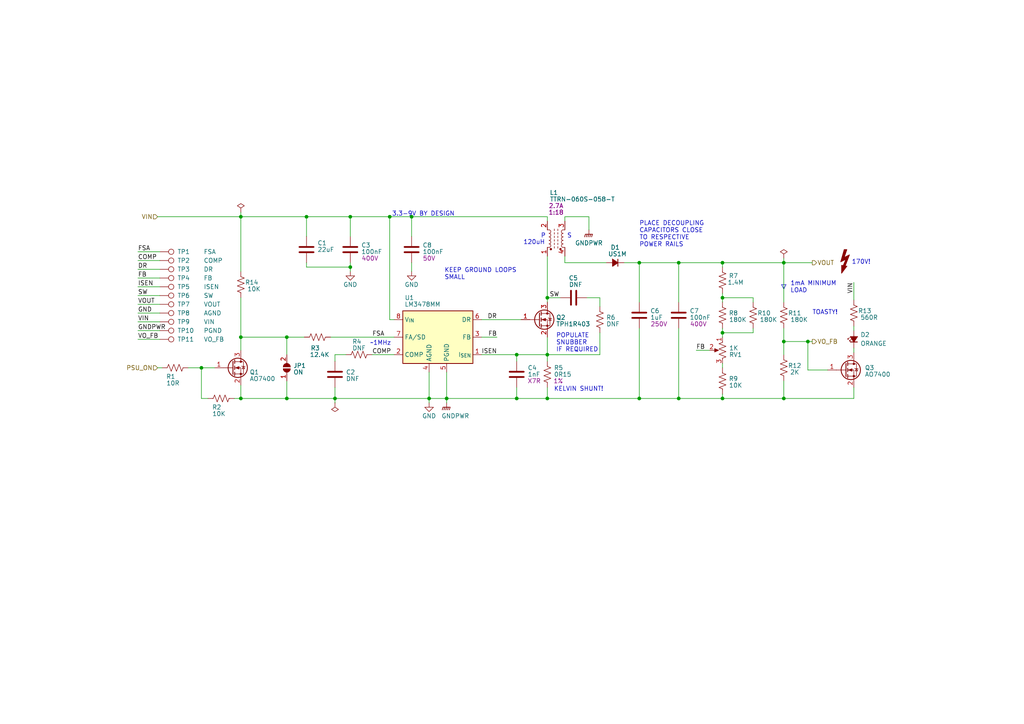
<source format=kicad_sch>
(kicad_sch (version 20211123) (generator eeschema)
  (paper "A4")
  (title_block (title "Meshytron") (date "2022-12-14") (rev "0.0") (company "AVLabs"))
  (lib_symbols
    (symbol "Connector:TestPoint" (pin_numbers hide) (pin_names (offset 0.762) hide)
      (property "Reference" "TP" (at 0 6.858 0))
      (property "Value" "TestPoint" (at 0 5.08 0))
      (symbol "TestPoint_0_1"
        (circle (center 0 3.302) (radius 0.762))
      )
      (symbol "TestPoint_1_1"
        (pin passive line (at 0 0 90) (length 2.54) (name "1") (number "1"))
      )
    )
    (symbol "Device:C" (pin_numbers hide) (pin_names (offset 0.254))
      (property "Reference" "C" (at 0.635 2.54 0))
      (property "Value" "C" (at 0.635 -2.54 0))
      (symbol "C_0_1"
        (polyline (pts (xy -2.032 -0.762) (xy 2.032 -0.762)) (stroke (width 0.508)))
        (polyline (pts (xy -2.032 0.762) (xy 2.032 0.762)) (stroke (width 0.508)))
      )
      (symbol "C_1_1"
        (pin passive line (at 0 3.81 270) (length 2.794) (name "~") (number "1"))
        (pin passive line (at 0 -3.81 90) (length 2.794) (name "~") (number "2"))
      )
    )
    (symbol "Device:D_Small_Filled" (pin_numbers hide) (pin_names (offset 0.254) hide)
      (property "Reference" "D" (at -1.27 2.032 0))
      (property "Value" "D_Small_Filled" (at -3.81 -2.032 0))
      (symbol "D_Small_Filled_0_1"
        (polyline (pts (xy -0.762 -1.016) (xy -0.762 1.016)) (stroke (width 0.254)))
        (polyline (pts (xy -0.762 0) (xy 0.762 0)))
        (polyline (pts (xy 0.762 -1.016) (xy -0.762 0) (xy 0.762 1.016) (xy 0.762 -1.016)) (stroke (width 0.254)) (fill (type outline)))
      )
      (symbol "D_Small_Filled_1_1"
        (pin passive line (at -2.54 0 0) (length 1.778) (name "K") (number "1"))
        (pin passive line (at 2.54 0 180) (length 1.778) (name "A") (number "2"))
      )
    )
    (symbol "Device:LED_Small_Filled" (pin_numbers hide) (pin_names (offset 0.254) hide)
      (property "Reference" "D" (at -1.27 3.175 0))
      (property "Value" "LED_Small_Filled" (at -4.445 -2.54 0))
      (symbol "LED_Small_Filled_0_1"
        (polyline (pts (xy -0.762 -1.016) (xy -0.762 1.016)) (stroke (width 0.254)))
        (polyline (pts (xy 1.016 0) (xy -0.762 0)))
        (polyline (pts (xy 0.762 -1.016) (xy -0.762 0) (xy 0.762 1.016) (xy 0.762 -1.016)) (stroke (width 0.254)) (fill (type outline)))
        (polyline (pts (xy 0 0.762) (xy -0.508 1.27) (xy -0.254 1.27) (xy -0.508 1.27) (xy -0.508 1.016)))
        (polyline (pts (xy 0.508 1.27) (xy 0 1.778) (xy 0.254 1.778) (xy 0 1.778) (xy 0 1.524)))
      )
      (symbol "LED_Small_Filled_1_1"
        (pin passive line (at -2.54 0 0) (length 1.778) (name "K") (number "1"))
        (pin passive line (at 2.54 0 180) (length 1.778) (name "A") (number "2"))
      )
    )
    (symbol "Device:L_Ferrite_Coupled_1243" (pin_names (offset 0.254) hide)
      (property "Reference" "L" (at 0 4.445 0))
      (property "Value" "L_Ferrite_Coupled_1243" (at 0 -4.445 0))
      (symbol "L_Ferrite_Coupled_1243_0_1"
        (circle (center -3.048 -1.27) (radius 0.254) (fill (type outline)))
        (circle (center -3.048 1.524) (radius 0.254) (fill (type outline)))
        (arc (start -2.54 2.032) (mid -2.032 1.524) (end -1.524 2.032))
        (arc (start -1.524 -2.032) (mid -2.032 -1.524) (end -2.54 -2.032))
        (arc (start -1.524 2.032) (mid -1.016 1.524) (end -0.508 2.032))
        (arc (start -0.508 -2.032) (mid -1.016 -1.524) (end -1.524 -2.032))
        (arc (start -0.508 2.032) (mid 0 1.524) (end 0.508 2.032))
        (polyline (pts (xy -2.794 -0.508) (xy -2.286 -0.508)))
        (polyline (pts (xy -2.794 0.508) (xy -2.286 0.508)))
        (polyline (pts (xy -2.54 -2.032) (xy -2.54 -2.54)))
        (polyline (pts (xy -2.54 2.032) (xy -2.54 2.54)))
        (polyline (pts (xy -1.778 -0.508) (xy -1.27 -0.508)))
        (polyline (pts (xy -1.778 0.508) (xy -1.27 0.508)))
        (polyline (pts (xy -0.762 -0.508) (xy -0.254 -0.508)))
        (polyline (pts (xy -0.762 0.508) (xy -0.254 0.508)))
        (polyline (pts (xy 0.254 -0.508) (xy 0.762 -0.508)))
        (polyline (pts (xy 0.254 0.508) (xy 0.762 0.508)))
        (polyline (pts (xy 1.27 -0.508) (xy 1.778 -0.508)))
        (polyline (pts (xy 1.27 0.508) (xy 1.778 0.508)))
        (polyline (pts (xy 2.286 -0.508) (xy 2.794 -0.508)))
        (polyline (pts (xy 2.286 0.508) (xy 2.794 0.508)))
        (polyline (pts (xy 2.54 -2.032) (xy 2.54 -2.54)))
        (polyline (pts (xy 2.54 2.54) (xy 2.54 2.032)))
        (arc (start 0.508 -2.032) (mid 0 -1.524) (end -0.508 -2.032))
        (arc (start 0.508 2.032) (mid 1.016 1.524) (end 1.524 2.032))
        (arc (start 1.524 -2.032) (mid 1.016 -1.524) (end 0.508 -2.032))
        (arc (start 1.524 2.032) (mid 2.032 1.524) (end 2.54 2.032))
        (arc (start 2.54 -2.032) (mid 2.032 -1.524) (end 1.524 -2.032))
      )
      (symbol "L_Ferrite_Coupled_1243_1_1"
        (pin passive line (at -5.08 2.54 0) (length 2.54) (name "1") (number "1"))
        (pin passive line (at 5.08 2.54 180) (length 2.54) (name "2") (number "2"))
        (pin passive line (at 5.08 -2.54 180) (length 2.54) (name "3") (number "3"))
        (pin passive line (at -5.08 -2.54 0) (length 2.54) (name "4") (number "4"))
      )
    )
    (symbol "Device:Q_NMOS_GSD" (pin_names (offset 0) hide)
      (property "Reference" "Q" (at 5.08 1.27 0))
      (property "Value" "Q_NMOS_GSD" (at 5.08 -1.27 0))
      (symbol "Q_NMOS_GSD_0_1"
        (polyline (pts (xy 0.254 0) (xy -2.54 0)))
        (polyline (pts (xy 0.254 1.905) (xy 0.254 -1.905)) (stroke (width 0.254)))
        (polyline (pts (xy 0.762 -1.27) (xy 0.762 -2.286)) (stroke (width 0.254)))
        (polyline (pts (xy 0.762 0.508) (xy 0.762 -0.508)) (stroke (width 0.254)))
        (polyline (pts (xy 0.762 2.286) (xy 0.762 1.27)) (stroke (width 0.254)))
        (polyline (pts (xy 2.54 2.54) (xy 2.54 1.778)))
        (polyline (pts (xy 2.54 -2.54) (xy 2.54 0) (xy 0.762 0)))
        (polyline (pts (xy 0.762 -1.778) (xy 3.302 -1.778) (xy 3.302 1.778) (xy 0.762 1.778)))
        (polyline (pts (xy 1.016 0) (xy 2.032 0.381) (xy 2.032 -0.381) (xy 1.016 0)) (fill (type outline)))
        (polyline (pts (xy 2.794 0.508) (xy 2.921 0.381) (xy 3.683 0.381) (xy 3.81 0.254)))
        (polyline (pts (xy 3.302 0.381) (xy 2.921 -0.254) (xy 3.683 -0.254) (xy 3.302 0.381)))
        (circle (center 1.651 0) (radius 2.794) (stroke (width 0.254)))
        (circle (center 2.54 -1.778) (radius 0.254) (fill (type outline)))
        (circle (center 2.54 1.778) (radius 0.254) (fill (type outline)))
      )
      (symbol "Q_NMOS_GSD_1_1"
        (pin input line (at -5.08 0 0) (length 2.54) (name "G") (number "1"))
        (pin passive line (at 2.54 -5.08 90) (length 2.54) (name "S") (number "2"))
        (pin passive line (at 2.54 5.08 270) (length 2.54) (name "D") (number "3"))
      )
    )
    (symbol "Device:R_Potentiometer_US" (pin_names (offset 1.016) hide)
      (property "Reference" "RV" (at -4.445 0 90))
      (property "Value" "R_Potentiometer_US" (at -2.54 0 90))
      (symbol "R_Potentiometer_US_0_1"
        (polyline (pts (xy 0 -2.286) (xy 0 -2.54)))
        (polyline (pts (xy 0 2.54) (xy 0 2.286)))
        (polyline (pts (xy 2.54 0) (xy 1.524 0)))
        (polyline (pts (xy 1.143 0) (xy 2.286 0.508) (xy 2.286 -0.508) (xy 1.143 0)) (fill (type outline)))
        (polyline (pts (xy 0 -0.762) (xy 1.016 -1.143) (xy 0 -1.524) (xy -1.016 -1.905) (xy 0 -2.286)))
        (polyline (pts (xy 0 0.762) (xy 1.016 0.381) (xy 0 0) (xy -1.016 -0.381) (xy 0 -0.762)))
        (polyline (pts (xy 0 2.286) (xy 1.016 1.905) (xy 0 1.524) (xy -1.016 1.143) (xy 0 0.762)))
      )
      (symbol "R_Potentiometer_US_1_1"
        (pin passive line (at 0 3.81 270) (length 1.27) (name "1") (number "1"))
        (pin passive line (at 3.81 0 180) (length 1.27) (name "2") (number "2"))
        (pin passive line (at 0 -3.81 90) (length 1.27) (name "3") (number "3"))
      )
    )
    (symbol "Device:R_US" (pin_numbers hide) (pin_names (offset 0))
      (property "Reference" "R" (at 2.54 0 90))
      (property "Value" "R_US" (at -2.54 0 90))
      (symbol "R_US_0_1"
        (polyline (pts (xy 0 -2.286) (xy 0 -2.54)))
        (polyline (pts (xy 0 2.286) (xy 0 2.54)))
        (polyline (pts (xy 0 -0.762) (xy 1.016 -1.143) (xy 0 -1.524) (xy -1.016 -1.905) (xy 0 -2.286)))
        (polyline (pts (xy 0 0.762) (xy 1.016 0.381) (xy 0 0) (xy -1.016 -0.381) (xy 0 -0.762)))
        (polyline (pts (xy 0 2.286) (xy 1.016 1.905) (xy 0 1.524) (xy -1.016 1.143) (xy 0 0.762)))
      )
      (symbol "R_US_1_1"
        (pin passive line (at 0 3.81 270) (length 1.27) (name "~") (number "1"))
        (pin passive line (at 0 -3.81 90) (length 1.27) (name "~") (number "2"))
      )
    )
    (symbol "Graphic:SYM_Flash_Small" (pin_names (offset 1.016))
      (symbol "SYM_Flash_Small_0_1"
        (polyline (pts (xy 0.508 -1.016) (xy -1.016 -0.762) (xy -1.016 -3.048) (xy 0.508 -1.016)) (stroke (width 0.2032)) (fill (type outline)))
        (polyline (pts (xy -0.254 3.81) (xy 0.508 3.81) (xy -0.254 1.524) (xy 1.27 2.286) (xy 0 -1.016) (xy -0.508 -0.762) (xy 0.254 1.016) (xy -1.27 0.254) (xy -0.254 3.81)) (stroke (width 0.2032)) (fill (type outline)))
      )
    )
    (symbol "Jumper:SolderJumper_2_Open" (pin_names (offset 0) hide)
      (property "Reference" "JP" (at 0 2.032 0))
      (property "Value" "SolderJumper_2_Open" (at 0 -2.54 0))
      (symbol "SolderJumper_2_Open_0_1"
        (arc (start -0.254 1.016) (mid -1.27 0) (end -0.254 -1.016))
        (arc (start -0.254 1.016) (mid -1.27 0) (end -0.254 -1.016) (fill (type outline)))
        (polyline (pts (xy -0.254 1.016) (xy -0.254 -1.016)))
        (polyline (pts (xy 0.254 1.016) (xy 0.254 -1.016)))
        (arc (start 0.254 -1.016) (mid 1.27 0) (end 0.254 1.016))
        (arc (start 0.254 -1.016) (mid 1.27 0) (end 0.254 1.016) (fill (type outline)))
      )
      (symbol "SolderJumper_2_Open_1_1"
        (pin passive line (at -3.81 0 0) (length 2.54) (name "A") (number "1"))
        (pin passive line (at 3.81 0 180) (length 2.54) (name "B") (number "2"))
      )
    )
    (symbol "Regulator_Controller:LM3478MM"
      (property "Reference" "U" (at -9.525 8.89 0))
      (property "Value" "LM3478MM" (at 5.08 8.89 0))
      (symbol "LM3478MM_0_1"
        (rectangle (start -10.16 7.62) (end 10.16 -7.62) (stroke (width 0.254)) (fill (type background)))
      )
      (symbol "LM3478MM_1_1"
        (pin input line (at 12.7 -5.08 180) (length 2.54) (name "I_{SEN}") (number "1"))
        (pin input line (at -12.7 -5.08 0) (length 2.54) (name "COMP") (number "2"))
        (pin input line (at 12.7 0 180) (length 2.54) (name "FB") (number "3"))
        (pin power_in line (at -2.54 -10.16 90) (length 2.54) (name "AGND") (number "4"))
        (pin power_in line (at 2.54 -10.16 90) (length 2.54) (name "PGND") (number "5"))
        (pin output line (at 12.7 5.08 180) (length 2.54) (name "DR") (number "6"))
        (pin input line (at -12.7 0 0) (length 2.54) (name "FA/SD") (number "7"))
        (pin power_in line (at -12.7 5.08 0) (length 2.54) (name "V_{IN}") (number "8"))
      )
    )
    (symbol "power:GND" (power) (pin_names (offset 0))
      (property "Value" "GND" (at 0 -3.81 0))
      (symbol "GND_0_1"
        (polyline (pts (xy 0 0) (xy 0 -1.27) (xy 1.27 -1.27) (xy 0 -2.54) (xy -1.27 -1.27) (xy 0 -1.27)))
      )
      (symbol "GND_1_1"
        (pin power_in line (at 0 0 270) (length 0) hide (name "GND") (number "1"))
      )
    )
    (symbol "power:GNDPWR" (power) (pin_names (offset 0))
      (property "Value" "GNDPWR" (at 0 -3.302 0))
      (symbol "GNDPWR_0_1"
        (polyline (pts (xy 0 -1.27) (xy 0 0)))
        (polyline (pts (xy -1.016 -1.27) (xy -1.27 -2.032) (xy -1.27 -2.032)) (stroke (width 0.2032)))
        (polyline (pts (xy -0.508 -1.27) (xy -0.762 -2.032) (xy -0.762 -2.032)) (stroke (width 0.2032)))
        (polyline (pts (xy 0 -1.27) (xy -0.254 -2.032) (xy -0.254 -2.032)) (stroke (width 0.2032)))
        (polyline (pts (xy 0.508 -1.27) (xy 0.254 -2.032) (xy 0.254 -2.032)) (stroke (width 0.2032)))
        (polyline (pts (xy 1.016 -1.27) (xy -1.016 -1.27) (xy -1.016 -1.27)) (stroke (width 0.2032)))
        (polyline (pts (xy 1.016 -1.27) (xy 0.762 -2.032) (xy 0.762 -2.032) (xy 0.762 -2.032)) (stroke (width 0.2032)))
      )
      (symbol "GNDPWR_1_1"
        (pin power_in line (at 0 0 270) (length 0) hide (name "GNDPWR") (number "1"))
      )
    )
    (symbol "power:PWR_FLAG" (power) (pin_numbers hide) (pin_names (offset 0) hide)
      (property "Value" "PWR_FLAG" (at 0 3.81 0))
      (symbol "PWR_FLAG_0_0"
        (pin power_out line (at 0 0 90) (length 0) (name "pwr") (number "1"))
      )
      (symbol "PWR_FLAG_0_1"
        (polyline (pts (xy 0 0) (xy 0 1.27) (xy -1.016 1.905) (xy 0 2.54) (xy 1.016 1.905) (xy 0 1.27)))
      )
    )
  )
  (junction (at 209.55 76.2))
  (junction (at 196.85 76.2))
  (junction (at 227.33 115.57))
  (junction (at 234.315 99.06))
  (junction (at 88.9 62.865))
  (junction (at 129.54 115.57))
  (junction (at 209.55 86.36))
  (junction (at 185.42 76.2))
  (junction (at 124.46 115.57))
  (junction (at 83.185 97.79))
  (junction (at 101.6 77.47))
  (junction (at 101.6 62.865))
  (junction (at 185.42 115.57))
  (junction (at 158.75 115.57))
  (junction (at 149.86 115.57))
  (junction (at 58.42 106.68))
  (junction (at 227.33 99.06))
  (junction (at 83.185 115.57))
  (junction (at 97.155 115.57))
  (junction (at 158.75 86.36))
  (junction (at 158.75 102.87))
  (junction (at 113.03 62.865))
  (junction (at 69.85 62.865))
  (junction (at 209.55 115.57))
  (junction (at 119.38 62.865))
  (junction (at 69.85 115.57))
  (junction (at 227.33 76.2))
  (junction (at 196.85 115.57))
  (junction (at 209.55 96.52))
  (junction (at 69.85 97.79))
  (junction (at 149.86 102.87))
  (wire (pts (xy 234.315 107.315) (xy 234.315 99.06)))
  (wire (pts (xy 58.42 106.68) (xy 58.42 115.57)))
  (wire (pts (xy 95.885 97.79) (xy 114.3 97.79)))
  (wire (pts (xy 60.325 115.57) (xy 58.42 115.57)))
  (wire (pts (xy 88.9 77.47) (xy 101.6 77.47)))
  (wire (pts (xy 227.33 74.93) (xy 227.33 76.2)))
  (wire (pts (xy 247.65 100.965) (xy 247.65 102.235)))
  (wire (pts (xy 40.005 75.565) (xy 46.355 75.565)))
  (wire (pts (xy 119.38 76.2) (xy 119.38 78.74)))
  (wire (pts (xy 163.83 76.2) (xy 175.895 76.2)))
  (wire (pts (xy 170.815 62.865) (xy 163.83 62.865)))
  (wire (pts (xy 139.7 102.87) (xy 149.86 102.87)))
  (wire (pts (xy 67.945 115.57) (xy 69.85 115.57)))
  (wire (pts (xy 149.86 102.87) (xy 158.75 102.87)))
  (wire (pts (xy 247.65 81.915) (xy 247.65 86.995)))
  (wire (pts (xy 227.33 115.57) (xy 209.55 115.57)))
  (wire (pts (xy 88.9 76.2) (xy 88.9 77.47)))
  (wire (pts (xy 201.93 101.6) (xy 205.74 101.6)))
  (wire (pts (xy 173.99 96.52) (xy 173.99 102.87)))
  (wire (pts (xy 209.55 86.36) (xy 209.55 87.63)))
  (wire (pts (xy 129.54 115.57) (xy 124.46 115.57)))
  (wire (pts (xy 227.33 99.06) (xy 227.33 102.87)))
  (wire (pts (xy 158.75 97.79) (xy 158.75 102.87)))
  (wire (pts (xy 209.55 76.2) (xy 227.33 76.2)))
  (wire (pts (xy 40.005 88.265) (xy 46.355 88.265)))
  (wire (pts (xy 158.75 112.395) (xy 158.75 115.57)))
  (wire (pts (xy 209.55 85.09) (xy 209.55 86.36)))
  (wire (pts (xy 107.95 102.87) (xy 114.3 102.87)))
  (wire (pts (xy 40.005 98.425) (xy 46.355 98.425)))
  (wire (pts (xy 114.3 92.71) (xy 113.03 92.71)))
  (wire (pts (xy 58.42 106.68) (xy 62.23 106.68)))
  (wire (pts (xy 227.33 110.49) (xy 227.33 115.57)))
  (wire (pts (xy 45.72 62.865) (xy 69.85 62.865)))
  (wire (pts (xy 139.7 92.71) (xy 151.13 92.71)))
  (wire (pts (xy 54.61 106.68) (xy 58.42 106.68)))
  (wire (pts (xy 69.85 62.865) (xy 69.85 78.74)))
  (wire (pts (xy 124.46 115.57) (xy 124.46 116.84)))
  (wire (pts (xy 69.85 86.36) (xy 69.85 97.79)))
  (polyline (pts (xy 226.695 82.55) (xy 227.965 82.55)))
  (wire (pts (xy 129.54 115.57) (xy 129.54 116.84)))
  (wire (pts (xy 83.185 97.79) (xy 83.185 102.87)))
  (wire (pts (xy 158.75 62.865) (xy 158.75 64.135)))
  (wire (pts (xy 101.6 77.47) (xy 101.6 78.74)))
  (wire (pts (xy 88.9 62.865) (xy 88.9 68.58)))
  (wire (pts (xy 40.005 78.105) (xy 46.355 78.105)))
  (wire (pts (xy 185.42 95.25) (xy 185.42 115.57)))
  (wire (pts (xy 196.85 76.2) (xy 209.55 76.2)))
  (wire (pts (xy 40.005 93.345) (xy 46.355 93.345)))
  (wire (pts (xy 158.75 102.87) (xy 158.75 104.775)))
  (wire (pts (xy 40.005 73.025) (xy 46.355 73.025)))
  (wire (pts (xy 45.72 106.68) (xy 46.99 106.68)))
  (wire (pts (xy 163.83 62.865) (xy 163.83 64.135)))
  (wire (pts (xy 185.42 115.57) (xy 158.75 115.57)))
  (wire (pts (xy 101.6 62.865) (xy 113.03 62.865)))
  (wire (pts (xy 83.185 110.49) (xy 83.185 115.57)))
  (wire (pts (xy 196.85 95.25) (xy 196.85 115.57)))
  (wire (pts (xy 40.005 95.885) (xy 46.355 95.885)))
  (wire (pts (xy 170.815 66.675) (xy 170.815 62.865)))
  (wire (pts (xy 173.99 102.87) (xy 158.75 102.87)))
  (wire (pts (xy 88.9 62.865) (xy 101.6 62.865)))
  (wire (pts (xy 40.005 83.185) (xy 46.355 83.185)))
  (wire (pts (xy 124.46 107.95) (xy 124.46 115.57)))
  (wire (pts (xy 40.005 80.645) (xy 46.355 80.645)))
  (wire (pts (xy 240.03 107.315) (xy 234.315 107.315)))
  (wire (pts (xy 69.85 62.865) (xy 88.9 62.865)))
  (wire (pts (xy 185.42 76.2) (xy 196.85 76.2)))
  (wire (pts (xy 149.86 115.57) (xy 129.54 115.57)))
  (wire (pts (xy 97.155 112.395) (xy 97.155 115.57)))
  (wire (pts (xy 209.55 76.2) (xy 209.55 77.47)))
  (wire (pts (xy 209.55 105.41) (xy 209.55 106.68)))
  (wire (pts (xy 218.44 86.36) (xy 209.55 86.36)))
  (wire (pts (xy 218.44 87.63) (xy 218.44 86.36)))
  (wire (pts (xy 196.85 115.57) (xy 185.42 115.57)))
  (wire (pts (xy 97.155 102.87) (xy 100.33 102.87)))
  (wire (pts (xy 69.85 61.595) (xy 69.85 62.865)))
  (wire (pts (xy 69.85 111.76) (xy 69.85 115.57)))
  (wire (pts (xy 40.005 90.805) (xy 46.355 90.805)))
  (wire (pts (xy 129.54 107.95) (xy 129.54 115.57)))
  (wire (pts (xy 209.55 96.52) (xy 209.55 97.79)))
  (wire (pts (xy 158.75 86.36) (xy 162.56 86.36)))
  (wire (pts (xy 113.03 62.865) (xy 119.38 62.865)))
  (wire (pts (xy 158.75 74.295) (xy 158.75 86.36)))
  (wire (pts (xy 163.83 74.295) (xy 163.83 76.2)))
  (wire (pts (xy 101.6 62.865) (xy 101.6 68.58)))
  (wire (pts (xy 173.99 86.36) (xy 173.99 88.9)))
  (wire (pts (xy 234.315 99.06) (xy 235.585 99.06)))
  (wire (pts (xy 227.33 76.2) (xy 235.585 76.2)))
  (wire (pts (xy 97.155 115.57) (xy 124.46 115.57)))
  (wire (pts (xy 69.85 97.79) (xy 69.85 101.6)))
  (wire (pts (xy 83.185 97.79) (xy 88.265 97.79)))
  (wire (pts (xy 227.33 99.06) (xy 234.315 99.06)))
  (polyline (pts (xy 227.33 83.82) (xy 227.965 82.55)))
  (wire (pts (xy 196.85 87.63) (xy 196.85 76.2)))
  (wire (pts (xy 158.75 87.63) (xy 158.75 86.36)))
  (wire (pts (xy 119.38 68.58) (xy 119.38 62.865)))
  (wire (pts (xy 247.65 94.615) (xy 247.65 95.885)))
  (polyline (pts (xy 226.695 82.55) (xy 227.33 83.82)))
  (wire (pts (xy 209.55 114.3) (xy 209.55 115.57)))
  (wire (pts (xy 97.155 104.775) (xy 97.155 102.87)))
  (wire (pts (xy 83.185 115.57) (xy 97.155 115.57)))
  (wire (pts (xy 158.75 115.57) (xy 149.86 115.57)))
  (wire (pts (xy 101.6 76.2) (xy 101.6 77.47)))
  (wire (pts (xy 180.975 76.2) (xy 185.42 76.2)))
  (wire (pts (xy 170.18 86.36) (xy 173.99 86.36)))
  (wire (pts (xy 113.03 62.865) (xy 113.03 92.71)))
  (wire (pts (xy 247.65 115.57) (xy 227.33 115.57)))
  (wire (pts (xy 185.42 76.2) (xy 185.42 87.63)))
  (wire (pts (xy 227.33 76.2) (xy 227.33 87.63)))
  (wire (pts (xy 209.55 115.57) (xy 196.85 115.57)))
  (wire (pts (xy 247.65 112.395) (xy 247.65 115.57)))
  (wire (pts (xy 139.7 97.79) (xy 144.145 97.79)))
  (wire (pts (xy 209.55 95.25) (xy 209.55 96.52)))
  (wire (pts (xy 149.86 112.395) (xy 149.86 115.57)))
  (wire (pts (xy 97.155 115.57) (xy 97.155 116.84)))
  (wire (pts (xy 227.33 95.25) (xy 227.33 99.06)))
  (wire (pts (xy 218.44 95.25) (xy 218.44 96.52)))
  (wire (pts (xy 218.44 96.52) (xy 209.55 96.52)))
  (wire (pts (xy 69.85 97.79) (xy 83.185 97.79)))
  (wire (pts (xy 119.38 62.865) (xy 158.75 62.865)))
  (wire (pts (xy 40.005 85.725) (xy 46.355 85.725)))
  (wire (pts (xy 69.85 115.57) (xy 83.185 115.57)))
  (wire (pts (xy 149.86 104.775) (xy 149.86 102.87)))
  (text "TOASTY!" (at 235.585 91.44 0) (effects (font (size 1.27 1.27)) (justify left bottom)))
  (text "PLACE DECOUPLING\nCAPACITORS CLOSE\nTO RESPECTIVE\nPOWER RAILS" (at 185.42 71.755 0) (effects (font (size 1.27 1.27)) (justify left bottom)))
  (text "P" (at 156.845 69.215 0) (effects (font (size 1.27 1.27)) (justify left bottom)))
  (text "KELVIN SHUNT!" (at 160.655 113.665 0) (effects (font (size 1.27 1.27)) (justify left bottom)))
  (text "~1MHz" (at 107.315 100.33 0) (effects (font (size 1.27 1.27)) (justify left bottom)))
  (text "170V!" (at 247.015 76.835 0) (effects (font (size 1.27 1.27)) (justify left bottom)))
  (text "120uH" (at 151.765 71.12 0) (effects (font (size 1.27 1.27)) (justify left bottom)))
  (text "3.3-9V BY DESIGN" (at 113.665 62.865 0) (effects (font (size 1.27 1.27)) (justify left bottom)))
  (text "POPULATE\nSNUBBER \nIF REQUIRED" (at 161.29 102.235 0) (effects (font (size 1.27 1.27)) (justify left bottom)))
  (text "1mA MINIMUM\nLOAD" (at 229.235 85.09 0) (effects (font (size 1.27 1.27)) (justify left bottom)))
  (text "KEEP GROUND LOOPS\nSMALL" (at 128.905 81.28 0) (effects (font (size 1.27 1.27)) (justify left bottom)))
  (text "S" (at 164.465 69.215 0) (effects (font (size 1.27 1.27)) (justify left bottom)))
  (label "FB" (at 40.005 80.645 0))
  (label "ISEN" (at 40.005 83.185 0))
  (label "COMP" (at 40.005 75.565 0))
  (label "VIN" (at 247.65 81.915 270))
  (label "GND" (at 40.005 90.805 0))
  (label "VIN" (at 40.005 93.345 0))
  (label "FB" (at 144.145 97.79 180))
  (label "SW" (at 40.005 85.725 0))
  (label "SW" (at 159.385 86.36 0))
  (label "DR" (at 40.005 78.105 0))
  (label "FSA" (at 40.005 73.025 0))
  (label "VOUT" (at 40.005 88.265 0))
  (label "FSA" (at 107.95 97.79 0))
  (label "ISEN" (at 144.145 102.87 180))
  (label "FB" (at 201.93 101.6 0))
  (label "VO_FB" (at 40.005 98.425 0))
  (label "COMP" (at 107.95 102.87 0))
  (label "GNDPWR" (at 40.005 95.885 0))
  (label "DR" (at 144.145 92.71 180))
  (hierarchical_label "VO_FB" (shape output) (at 235.585 99.06 0))
  (hierarchical_label "PSU_ON" (shape input) (at 45.72 106.68 180))
  (hierarchical_label "VIN" (shape input) (at 45.72 62.865 180))
  (hierarchical_label "VOUT" (shape output) (at 235.585 76.2 0))
  (symbol (lib_id "Device:D_Small_Filled") (at 178.435 76.2 180) (unit 1)
    (property "Reference" "D1" (at 178.435 71.755 0))
    (property "Value" "US1M" (at 179.07 73.66 0))
    (property "Footprint" "Diode_SMD:D_SMA_Handsoldering" (effects hide))
    (property "LCSC" "C412437" (effects hide))
    (property "MPN" "US1M" (effects hide))
    (property "Manufacturer" "MDD（Microdiode Electronics）" (effects hide))
    (property "Sourcing Link" "https://lcsc.com/product-detail/Diodes-Fast-Recovery-Rectifiers_MDD-Microdiode-Electronics-US1M_C412437.html" (effects hide))
  )
  (symbol (lib_id "Connector:TestPoint") (at 46.355 88.265 270) (unit 1)
    (property "Reference" "TP7" (at 51.435 88.265 90) (effects (justify left)))
    (property "Value" "VOUT" (at 59.055 88.265 90) (effects (justify left)))
    (property "Footprint" "TestPoint:TestPoint_Pad_D1.0mm" (effects hide))
    (property "DNF" "Y" (effects hide))
  )
  (symbol (lib_id "Device:R_US") (at 92.075 97.79 90) (unit 1)
    (property "Reference" "R3" (at 91.44 100.965 90))
    (property "Value" "12.4K" (at 92.71 102.87 90))
    (property "Footprint" "Resistor_SMD:R_0603_1608Metric_Pad0.98x0.95mm_HandSolder" (effects hide))
    (property "LCSC" "C310267" (effects hide))
    (property "MPN" "RS-03K1242FT" (effects hide))
    (property "Manufacturer" "FH (Guangdong Fenghua Advanced Tech)" (effects hide))
    (property "Sourcing Link" "https://lcsc.com/product-detail/Chip-Resistor-Surface-Mount_FH-Guangdong-Fenghua-Advanced-Tech-RS-03K1242FT_C310267.html" (effects hide))
  )
  (symbol (lib_id "Connector:TestPoint") (at 46.355 78.105 270) (unit 1)
    (property "Reference" "TP3" (at 51.435 78.105 90) (effects (justify left)))
    (property "Value" "DR" (at 59.055 78.105 90) (effects (justify left)))
    (property "Footprint" "TestPoint:TestPoint_Pad_D1.0mm" (effects hide))
    (property "DNF" "Y" (effects hide))
  )
  (symbol (lib_id "Connector:TestPoint") (at 46.355 73.025 270) (unit 1)
    (property "Reference" "TP1" (at 51.435 73.025 90) (effects (justify left)))
    (property "Value" "FSA" (at 59.055 73.025 90) (effects (justify left)))
    (property "Footprint" "TestPoint:TestPoint_Pad_D1.0mm" (effects hide))
    (property "DNF" "Y" (effects hide))
  )
  (symbol (lib_id "Connector:TestPoint") (at 46.355 98.425 270) (unit 1)
    (property "Reference" "TP11" (at 51.435 98.425 90) (effects (justify left)))
    (property "Value" "VO_FB" (at 59.055 98.425 90) (effects (justify left)))
    (property "Footprint" "TestPoint:TestPoint_Pad_D1.0mm" (effects hide))
    (property "DNF" "Y" (effects hide))
  )
  (symbol (lib_id "Device:R_US") (at 227.33 106.68 180) (unit 1)
    (property "Reference" "R12" (at 230.505 106.045 0))
    (property "Value" "2K" (at 230.505 107.95 0))
    (property "Footprint" "Resistor_SMD:R_0603_1608Metric_Pad0.98x0.95mm_HandSolder" (effects hide))
    (property "LCSC" "C22975" (effects hide))
    (property "MPN" "0603WAF2001T5E" (effects hide))
    (property "Manufacturer" "UNI-ROYAL(Uniroyal Elec)" (effects hide))
    (property "Sourcing Link" "https://lcsc.com/product-detail/Chip-Resistor-Surface-Mount_UNI-ROYAL-Uniroyal-Elec-0603WAF2001T5E_C22975.html" (effects hide))
  )
  (symbol (lib_id "Device:C") (at 185.42 91.44 0) (unit 1)
    (property "Reference" "C6" (at 188.595 90.17 0) (effects (justify left)))
    (property "Value" "1uF" (at 188.595 92.075 0) (effects (justify left)))
    (property "Footprint" "Capacitor_SMD:C_1812_4532Metric_Pad1.57x3.40mm_HandSolder" (effects hide))
    (property "Voltage" "250V" (at 191.135 93.98 0))
    (property "LCSC" "C381468" (effects hide))
    (property "MPN" "FS43X105K251EGG" (effects hide))
    (property "Manufacturer" "PSA(Prosperity Dielectrics)" (effects hide))
    (property "Sourcing Link" "https://lcsc.com/product-detail/Multilayer-Ceramic-Capacitors-MLCC-SMD-SMT_PSA-Prosperity-Dielectrics-FS43X105K251EGG_C381468.html" (effects hide))
    (property "Tolerance" "X7R" (effects hide))
  )
  (symbol (lib_id "Device:C") (at 101.6 72.39 0) (unit 1)
    (property "Reference" "C3" (at 104.775 71.12 0) (effects (justify left)))
    (property "Value" "100nF" (at 104.775 73.025 0) (effects (justify left)))
    (property "Footprint" "Capacitor_SMD:C_1206_3216Metric_Pad1.33x1.80mm_HandSolder" (effects hide))
    (property "Temp co-ef" "X7R" (effects hide))
    (property "Voltage" "400V" (at 107.315 74.93 0))
    (property "LCSC" "C365814" (effects hide))
    (property "MPN" "FM31X104K251EEG" (effects hide))
    (property "Manufacturer" "PSA(Prosperity Dielectrics)" (effects hide))
    (property "Sourcing Link" "https://lcsc.com/product-detail/Multilayer-Ceramic-Capacitors-MLCC-SMD-SMT_PSA-Prosperity-Dielectrics-FM31X104K251EEG_C365814.html" (effects hide))
  )
  (symbol (lib_id "Connector:TestPoint") (at 46.355 80.645 270) (unit 1)
    (property "Reference" "TP4" (at 51.435 80.645 90) (effects (justify left)))
    (property "Value" "FB" (at 59.055 80.645 90) (effects (justify left)))
    (property "Footprint" "TestPoint:TestPoint_Pad_D1.0mm" (effects hide))
    (property "DNF" "Y" (effects hide))
  )
  (symbol (lib_id "Device:R_Potentiometer_US") (at 209.55 101.6 0) (mirror y) (unit 1)
    (property "Reference" "RV1" (at 211.455 102.87 0) (effects (justify right)))
    (property "Value" "1K" (at 211.455 100.965 0) (effects (justify right)))
    (property "Footprint" "Potentiometer_SMD:Potentiometer_Bourns_3224W_Vertical" (effects hide))
    (property "LCSC" "C50204" (effects hide))
    (property "MPN" "BOURNS 3224W-1-102E" (effects hide))
    (property "Manufacturer" "BOURNS" (effects hide))
    (property "Sourcing Link" "https://lcsc.com/product-detail/Variable-Resistors-Potentiometers_BOURNS-3224W-1-102E_C50204.html" (effects hide))
  )
  (symbol (lib_id "power:PWR_FLAG") (at 97.155 116.84 180) (unit 1)
    (property "Reference" "#FLG0101" (effects hide))
    (property "Value" "PWR_FLAG" (effects hide))
  )
  (symbol (lib_id "Device:C") (at 97.155 108.585 0) (unit 1)
    (property "Reference" "C2" (at 100.33 107.95 0) (effects (justify left)))
    (property "Value" "DNF" (at 100.33 109.855 0) (effects (justify left)))
    (property "Footprint" "Capacitor_SMD:C_0603_1608Metric_Pad1.08x0.95mm_HandSolder" (effects hide))
    (property "DNF" "Y" (effects hide))
  )
  (symbol (lib_id "Regulator_Controller:LM3478MM") (at 127 97.79 0) (unit 1)
    (property "Reference" "U1" (at 118.745 86.36 0))
    (property "Value" "LM3478MM" (at 122.555 88.265 0))
    (property "Footprint" "Package_SO:VSSOP-8_3.0x3.0mm_P0.65mm" (effects hide))
    (property "Datasheet" "https://www.ti.com/lit/gpn/lm3478" (effects hide))
    (property "LCSC" "C404045" (effects hide))
    (property "MPN" "LM3478MMX/NOPB" (effects hide))
    (property "Manufacturer" "Texas Instruments" (effects hide))
    (property "Sourcing Link" "https://lcsc.com/product-detail/AC-DC-Controllers-Regulators_Texas-Instruments-LM3478MMX-NOPB_C404045.html" (effects hide))
  )
  (symbol (lib_id "Device:Q_NMOS_GSD") (at 156.21 92.71 0) (unit 1)
    (property "Reference" "Q2" (at 161.29 92.075 0) (effects (justify left)))
    (property "Value" "TPH1R403" (at 161.29 93.98 0) (effects (justify left)))
    (property "Footprint" "meshy-tron-fps:SOP-ADVANCED" (effects hide))
    (property "Datasheet" "https://datasheet.lcsc.com/lcsc/1811151639_TOSHIBA-TPH1R403NL_C83440.pdf" (effects hide))
    (property "Sourcing Link" "https://lcsc.com/product-detail/MOSFETs_TOSHIBA-TPH1R403NL_C83440.html" (effects hide))
    (property "Manufacturer" "TOSHIBA" (effects hide))
    (property "MPN" "TPH1R403NL" (effects hide))
    (property "LCSC" "C83440" (effects hide))
  )
  (symbol (lib_id "Device:R_US") (at 64.135 115.57 270) (unit 1)
    (property "Reference" "R2" (at 62.865 118.11 90))
    (property "Value" "10K" (at 63.5 120.015 90))
    (property "Footprint" "Resistor_SMD:R_0603_1608Metric_Pad0.98x0.95mm_HandSolder" (effects hide))
    (property "LCSC" "C99198" (effects hide))
    (property "MPN" "RC0603JR-0710KL" (effects hide))
    (property "Manufacturer" "YAGEO" (effects hide))
    (property "Sourcing Link" "https://lcsc.com/product-detail/Chip-Resistor-Surface-Mount_YAGEO-RC0603JR-0710KL_C99198.html" (effects hide))
  )
  (symbol (lib_id "Device:C") (at 119.38 72.39 0) (unit 1)
    (property "Reference" "C8" (at 122.555 71.12 0) (effects (justify left)))
    (property "Value" "100nF" (at 122.555 73.025 0) (effects (justify left)))
    (property "Footprint" "Capacitor_SMD:C_0603_1608Metric_Pad1.08x0.95mm_HandSolder" (effects hide))
    (property "Temp co-ef" "X7R" (effects hide))
    (property "Voltage" "50V" (at 124.46 74.93 0))
    (property "LCSC" "C30926" (effects hide))
    (property "MPN" "0603B104K500NT" (effects hide))
    (property "Manufacturer" "FH (Guangdong Fenghua Advanced Tech)" (effects hide))
    (property "Sourcing Link" "https://lcsc.com/product-detail/Multilayer-Ceramic-Capacitors-MLCC-SMD-SMT_FH-Guangdong-Fenghua-Advanced-Tech-0603B104K500NT_C30926.html" (effects hide))
  )
  (symbol (lib_id "Device:C") (at 88.9 72.39 0) (unit 1)
    (property "Reference" "C1" (at 92.075 70.485 0) (effects (justify left)))
    (property "Value" "22uF" (at 92.075 72.39 0) (effects (justify left)))
    (property "Footprint" "Capacitor_SMD:C_0603_1608Metric_Pad1.08x0.95mm_HandSolder" (effects hide))
    (property "Temp co-ef" "X7R" (effects hide))
    (property "LCSC" "C12891" (effects hide))
    (property "MPN" "CL31A226KAHNNNE" (effects hide))
    (property "Manufacturer" "Samsung Electro-Mechanics" (effects hide))
    (property "Sourcing Link" "https://lcsc.com/product-detail/Multilayer-Ceramic-Capacitors-MLCC-SMD-SMT_Samsung-Electro-Mechanics-CL31A226KAHNNNE_C12891.html" (effects hide))
  )
  (symbol (lib_id "power:GNDPWR") (at 129.54 116.84 0) (unit 1)
    (property "Reference" "#PWR03" (effects hide))
    (property "Value" "GNDPWR" (at 132.08 120.65 0))
  )
  (symbol (lib_id "Device:LED_Small_Filled") (at 247.65 98.425 90) (unit 1)
    (property "Reference" "D2" (at 249.555 97.0914 90) (effects (justify right)))
    (property "Value" "ORANGE" (at 249.555 99.6314 90) (effects (justify right)))
    (property "Footprint" "LED_SMD:LED_0805_2012Metric_Pad1.15x1.40mm_HandSolder" (effects hide))
    (property "LCSC" "C434437" (effects hide))
    (property "MPN" "SZYY0805O" (effects hide))
    (property "Manufacturer" "Yongyu Photoelectric" (effects hide))
    (property "Sourcing Link" "https://lcsc.com/product-detail/Light-Emitting-Diodes-LED_Yongyu-Photoelectric-SZYY0805O_C434437.html" (effects hide))
  )
  (symbol (lib_id "Device:Q_NMOS_GSD") (at 245.11 107.315 0) (unit 1)
    (property "Reference" "Q3" (at 250.825 106.68 0) (effects (justify left)))
    (property "Value" "AO7400" (at 250.825 108.585 0) (effects (justify left)))
    (property "Footprint" "Package_TO_SOT_SMD:SOT-323_SC-70_Handsoldering" (effects hide))
    (property "Datasheet" "https://datasheet.lcsc.com/lcsc/2009301607_VBsemi-Elec-AO7400-VB_C879165.pdf" (effects hide))
    (property "Sourcing Link" "https://lcsc.com/product-detail/MOSFETs_VBsemi-Elec-AO7400-VB_C879165.html" (effects hide))
    (property "Manufacturer" "VBsemi Elec" (effects hide))
    (property "MPN" "AO7400-VB" (effects hide))
    (property "LCSC" "C879165" (effects hide))
  )
  (symbol (lib_id "Device:R_US") (at 218.44 91.44 180) (unit 1)
    (property "Reference" "R10" (at 221.615 90.805 0))
    (property "Value" "180K" (at 222.885 92.71 0))
    (property "Footprint" "Resistor_SMD:R_1210_3225Metric_Pad1.30x2.65mm_HandSolder" (effects hide))
    (property "LCSC" "C2960705" (effects hide))
    (property "MPN" "FRC1210J184-TS" (effects hide))
    (property "Manufacturer" "FOJAN" (effects hide))
    (property "Sourcing Link" "https://lcsc.com/product-detail/Chip-Resistor-Surface-Mount_FOJAN-FRC1210J184-TS_C2960705.html" (effects hide))
  )
  (symbol (lib_id "power:GND") (at 119.38 78.74 0) (unit 1)
    (property "Reference" "#PWR0101" (effects hide))
    (property "Value" "GND" (at 119.38 82.55 0))
  )
  (symbol (lib_id "Device:R_US") (at 209.55 91.44 180) (unit 1)
    (property "Reference" "R8" (at 212.725 90.805 0))
    (property "Value" "180K" (at 213.995 92.71 0))
    (property "Footprint" "Resistor_SMD:R_1210_3225Metric_Pad1.30x2.65mm_HandSolder" (effects hide))
    (property "LCSC" "C2960705" (effects hide))
    (property "MPN" "FRC1210J184-TS" (effects hide))
    (property "Manufacturer" "FOJAN" (effects hide))
    (property "Sourcing Link" "https://lcsc.com/product-detail/Chip-Resistor-Surface-Mount_FOJAN-FRC1210J184-TS_C2960705.html" (effects hide))
  )
  (symbol (lib_id "Device:R_US") (at 227.33 91.44 180) (unit 1)
    (property "Reference" "R11" (at 230.505 90.805 0))
    (property "Value" "180K" (at 231.775 92.71 0))
    (property "Footprint" "Resistor_SMD:R_1210_3225Metric_Pad1.30x2.65mm_HandSolder" (effects hide))
    (property "LCSC" "C2960705" (effects hide))
    (property "MPN" "FRC1210J184-TS" (effects hide))
    (property "Manufacturer" "FOJAN" (effects hide))
    (property "Sourcing Link" "https://lcsc.com/product-detail/Chip-Resistor-Surface-Mount_FOJAN-FRC1210J184-TS_C2960705.html" (effects hide))
  )
  (symbol (lib_id "Jumper:SolderJumper_2_Open") (at 83.185 106.68 90) (unit 1)
    (property "Reference" "JP1" (at 85.09 106.045 90) (effects (justify right)))
    (property "Value" "ON" (at 85.09 107.95 90) (effects (justify right)))
    (property "Footprint" "Jumper:SolderJumper-2_P1.3mm_Open_RoundedPad1.0x1.5mm" (effects hide))
  )
  (symbol (lib_id "Device:Q_NMOS_GSD") (at 67.31 106.68 0) (unit 1)
    (property "Reference" "Q1" (at 72.39 107.95 0) (effects (justify left)))
    (property "Value" "AO7400" (at 72.39 109.855 0) (effects (justify left)))
    (property "Footprint" "Package_TO_SOT_SMD:SOT-323_SC-70_Handsoldering" (effects hide))
    (property "Datasheet" "https://datasheet.lcsc.com/lcsc/2009301607_VBsemi-Elec-AO7400-VB_C879165.pdf" (effects hide))
    (property "Sourcing Link" "https://lcsc.com/product-detail/MOSFETs_VBsemi-Elec-AO7400-VB_C879165.html" (effects hide))
    (property "Manufacturer" "VBsemi Elec" (effects hide))
    (property "MPN" "AO7400-VB" (effects hide))
    (property "LCSC" "C879165" (effects hide))
  )
  (symbol (lib_id "Connector:TestPoint") (at 46.355 93.345 270) (unit 1)
    (property "Reference" "TP9" (at 51.435 93.345 90) (effects (justify left)))
    (property "Value" "VIN" (at 59.055 93.345 90) (effects (justify left)))
    (property "Footprint" "TestPoint:TestPoint_Pad_D1.0mm" (effects hide))
    (property "DNF" "Y" (effects hide))
  )
  (symbol (lib_id "Connector:TestPoint") (at 46.355 83.185 270) (unit 1)
    (property "Reference" "TP5" (at 51.435 83.185 90) (effects (justify left)))
    (property "Value" "ISEN" (at 59.055 83.185 90) (effects (justify left)))
    (property "Footprint" "TestPoint:TestPoint_Pad_D1.0mm" (effects hide))
    (property "DNF" "Y" (effects hide))
  )
  (symbol (lib_id "Device:R_US") (at 50.8 106.68 270) (unit 1)
    (property "Reference" "R1" (at 49.53 109.22 90))
    (property "Value" "10R" (at 50.165 111.125 90))
    (property "Footprint" "Resistor_SMD:R_0603_1608Metric_Pad0.98x0.95mm_HandSolder" (effects hide))
    (property "LCSC" "C22859" (effects hide))
    (property "MPN" "0603WAF100JT5E" (effects hide))
    (property "Manufacturer" "UNI-ROYAL(Uniroyal Elec)" (effects hide))
    (property "Sourcing Link" "https://lcsc.com/product-detail/Chip-Resistor-Surface-Mount_UNI-ROYAL-Uniroyal-Elec-0603WAF100JT5E_C22859.html" (effects hide))
  )
  (symbol (lib_id "power:GND") (at 124.46 116.84 0) (unit 1)
    (property "Reference" "#PWR02" (effects hide))
    (property "Value" "GND" (at 124.46 120.65 0))
  )
  (symbol (lib_id "power:PWR_FLAG") (at 69.85 61.595 0) (unit 1)
    (property "Reference" "#FLG0102" (effects hide))
    (property "Value" "PWR_FLAG" (effects hide))
  )
  (symbol (lib_id "power:GND") (at 101.6 78.74 0) (unit 1)
    (property "Reference" "#PWR01" (effects hide))
    (property "Value" "GND" (at 101.6 82.55 0))
  )
  (symbol (lib_id "Connector:TestPoint") (at 46.355 95.885 270) (unit 1)
    (property "Reference" "TP10" (at 51.435 95.885 90) (effects (justify left)))
    (property "Value" "PGND" (at 59.055 95.885 90) (effects (justify left)))
    (property "Footprint" "TestPoint:TestPoint_Pad_D1.0mm" (effects hide))
    (property "DNF" "Y" (effects hide))
  )
  (symbol (lib_id "Device:R_US") (at 247.65 90.805 180) (unit 1)
    (property "Reference" "R13" (at 250.825 90.17 0))
    (property "Value" "560R" (at 252.095 92.075 0))
    (property "Footprint" "Resistor_SMD:R_0603_1608Metric_Pad0.98x0.95mm_HandSolder" (effects hide))
    (property "LCSC" "C28636" (effects hide))
    (property "MPN" "0805W8F5600T5E" (effects hide))
    (property "Manufacturer" "UNI-ROYAL(Uniroyal Elec)" (effects hide))
    (property "Sourcing Link" "https://lcsc.com/product-detail/Chip-Resistor-Surface-Mount_UNI-ROYAL-Uniroyal-Elec-0805W8F5600T5E_C28636.html" (effects hide))
  )
  (symbol (lib_id "Device:C") (at 149.86 108.585 0) (unit 1)
    (property "Reference" "C4" (at 153.035 106.68 0) (effects (justify left)))
    (property "Value" "1nF" (at 153.035 108.585 0) (effects (justify left)))
    (property "Footprint" "Capacitor_SMD:C_0603_1608Metric_Pad1.08x0.95mm_HandSolder" (effects hide))
    (property "Temp co-ef" "X7R" (at 154.94 110.49 0))
    (property "LCSC" "C1588" (effects hide))
    (property "MPN" "CL10B102KB8NNNC" (effects hide))
    (property "Manufacturer" "Samsung Electro-Mechanics" (effects hide))
    (property "Sourcing Link" "https://lcsc.com/product-detail/Multilayer-Ceramic-Capacitors-MLCC-SMD-SMT_Samsung-Electro-Mechanics-CL10B102KB8NNNC_C1588.html" (effects hide))
  )
  (symbol (lib_id "Device:R_US") (at 104.14 102.87 90) (unit 1)
    (property "Reference" "R4" (at 103.505 99.06 90))
    (property "Value" "DNF" (at 104.14 100.965 90))
    (property "Footprint" "Resistor_SMD:R_0603_1608Metric_Pad0.98x0.95mm_HandSolder" (effects hide))
    (property "DNF" "Y" (effects hide))
  )
  (symbol (lib_id "Device:R_US") (at 209.55 81.28 0) (unit 1)
    (property "Reference" "R7" (at 212.725 80.01 0))
    (property "Value" "1.4M" (at 213.36 81.915 0))
    (property "Footprint" "Resistor_SMD:R_0603_1608Metric_Pad0.98x0.95mm_HandSolder" (effects hide))
    (property "LCSC" "C3037104" (effects hide))
    (property "MPN" "CR1206F41404G" (effects hide))
    (property "Manufacturer" "LIZ Elec" (effects hide))
    (property "Sourcing Link" "https://lcsc.com/product-detail/Chip-Resistor-Surface-Mount_LIZ-Elec-CR1206F41404G_C3037104.html" (effects hide))
  )
  (symbol (lib_id "Connector:TestPoint") (at 46.355 85.725 270) (unit 1)
    (property "Reference" "TP6" (at 51.435 85.725 90) (effects (justify left)))
    (property "Value" "SW" (at 59.055 85.725 90) (effects (justify left)))
    (property "Footprint" "TestPoint:TestPoint_Pad_D1.0mm" (effects hide))
    (property "DNF" "Y" (effects hide))
  )
  (symbol (lib_id "Device:L_Ferrite_Coupled_1243") (at 161.29 69.215 90) (unit 1)
    (property "Reference" "L1" (at 160.655 55.88 90))
    (property "Value" "TTRN-060S-058-T" (at 168.91 57.785 90))
    (property "Footprint" "meshy-tron-fps:TTRN-060S-058-T" (effects hide))
    (property "Turns Ratio" "1:18" (at 161.29 61.595 90))
    (property "I Sat" "2.7A" (at 161.29 59.69 90))
    (property "LCSC" "-" (effects hide))
    (property "MPN" "TTRN-060S-058-T" (effects hide))
    (property "Manufacturer" "Tokyo-Coil" (effects hide))
    (property "Sourcing Link" "https://www.aliexpress.com/item/1005004772141678.html?spm=a2g0o.order_list.0.0.79141802p9lFqR" (effects hide))
  )
  (symbol (lib_id "Device:R_US") (at 173.99 92.71 180) (unit 1)
    (property "Reference" "R6" (at 177.165 92.075 0))
    (property "Value" "DNF" (at 177.8 93.98 0))
    (property "Footprint" "Resistor_SMD:R_0603_1608Metric_Pad0.98x0.95mm_HandSolder" (effects hide))
    (property "DNF" "Y" (effects hide))
  )
  (symbol (lib_id "Device:C") (at 166.37 86.36 90) (unit 1)
    (property "Reference" "C5" (at 167.64 80.645 90) (effects (justify left)))
    (property "Value" "DNF" (at 168.91 82.55 90) (effects (justify left)))
    (property "Footprint" "Capacitor_SMD:C_0603_1608Metric_Pad1.08x0.95mm_HandSolder" (effects hide))
    (property "Temp co-ef" "X7R" (effects hide))
    (property "DNF" "Y" (effects hide))
  )
  (symbol (lib_id "power:GNDPWR") (at 170.815 66.675 0) (unit 1)
    (property "Reference" "#PWR04" (effects hide))
    (property "Value" "GNDPWR" (at 170.815 70.485 0))
  )
  (symbol (lib_id "Connector:TestPoint") (at 46.355 90.805 270) (unit 1)
    (property "Reference" "TP8" (at 51.435 90.805 90) (effects (justify left)))
    (property "Value" "AGND" (at 59.055 90.805 90) (effects (justify left)))
    (property "Footprint" "TestPoint:TestPoint_Pad_D1.0mm" (effects hide))
    (property "DNF" "Y" (effects hide))
  )
  (symbol (lib_id "Device:R_US") (at 209.55 110.49 180) (unit 1)
    (property "Reference" "R9" (at 212.725 109.855 0))
    (property "Value" "10K" (at 213.36 111.76 0))
    (property "Footprint" "Resistor_SMD:R_0603_1608Metric_Pad0.98x0.95mm_HandSolder" (effects hide))
    (property "LCSC" "C99198" (effects hide))
    (property "MPN" "RC0603JR-0710KL" (effects hide))
    (property "Manufacturer" "YAGEO" (effects hide))
    (property "Sourcing Link" "https://lcsc.com/product-detail/Chip-Resistor-Surface-Mount_YAGEO-RC0603JR-0710KL_C99198.html" (effects hide))
  )
  (symbol (lib_id "Device:R_US") (at 69.85 82.55 180) (unit 1)
    (property "Reference" "R14" (at 73.025 81.915 0))
    (property "Value" "10K" (at 73.66 83.82 0))
    (property "Footprint" "Resistor_SMD:R_0603_1608Metric_Pad0.98x0.95mm_HandSolder" (effects hide))
    (property "LCSC" "C99198" (effects hide))
    (property "MPN" "RC0603JR-0710KL" (effects hide))
    (property "Manufacturer" "YAGEO" (effects hide))
    (property "Sourcing Link" "https://lcsc.com/product-detail/Chip-Resistor-Surface-Mount_YAGEO-RC0603JR-0710KL_C99198.html" (effects hide))
  )
  (symbol (lib_id "Device:C") (at 196.85 91.44 0) (unit 1)
    (property "Reference" "C7" (at 200.025 90.17 0) (effects (justify left)))
    (property "Value" "100nF" (at 200.025 92.075 0) (effects (justify left)))
    (property "Footprint" "Capacitor_SMD:C_1206_3216Metric_Pad1.33x1.80mm_HandSolder" (effects hide))
    (property "Temp co-ef" "X7R" (effects hide))
    (property "Voltage" "400V" (at 202.565 93.98 0))
    (property "LCSC" "C365814" (effects hide))
    (property "MPN" "FM31X104K251EEG" (effects hide))
    (property "Manufacturer" "PSA(Prosperity Dielectrics)" (effects hide))
    (property "Sourcing Link" "https://lcsc.com/product-detail/Multilayer-Ceramic-Capacitors-MLCC-SMD-SMT_PSA-Prosperity-Dielectrics-FM31X104K251EEG_C365814.html" (effects hide))
  )
  (symbol (lib_id "Device:R_US") (at 158.75 108.585 180) (unit 1)
    (property "Reference" "R5" (at 160.655 106.68 0) (effects (justify right)))
    (property "Value" "0R15" (at 160.655 108.585 0) (effects (justify right)))
    (property "Footprint" "Resistor_SMD:R_1206_3216Metric_Pad1.30x1.75mm_HandSolder" (effects hide))
    (property "Tolerance" "1%" (at 161.925 110.49 0))
    (property "LCSC" "C327070" (effects hide))
    (property "MPN" "RL1206FR-070R15L" (effects hide))
    (property "Manufacturer" "YAGEO" (effects hide))
    (property "Sourcing Link" "https://lcsc.com/product-detail/Current-Sense-Resistors-Shunt-Resistors_YAGEO-RL1206FR-070R15L_C327070.html" (effects hide))
  )
  (symbol (lib_id "Connector:TestPoint") (at 46.355 75.565 270) (unit 1)
    (property "Reference" "TP2" (at 51.435 75.565 90) (effects (justify left)))
    (property "Value" "COMP" (at 59.055 75.565 90) (effects (justify left)))
    (property "Footprint" "TestPoint:TestPoint_Pad_D1.0mm" (effects hide))
    (property "DNF" "Y" (effects hide))
  )
  (symbol (lib_id "power:PWR_FLAG") (at 227.33 74.93 0) (unit 1)
    (property "Reference" "#FLG0103" (effects hide))
    (property "Value" "PWR_FLAG" (effects hide))
  )
  (symbol (lib_id "Graphic:SYM_Flash_Small") (at 245.11 76.2 0) (unit 1)
    (property "Reference" "#SYM1" (effects hide))
    (property "Value" "SYM_Flash_Large" (effects hide))
  )
)
</source>
